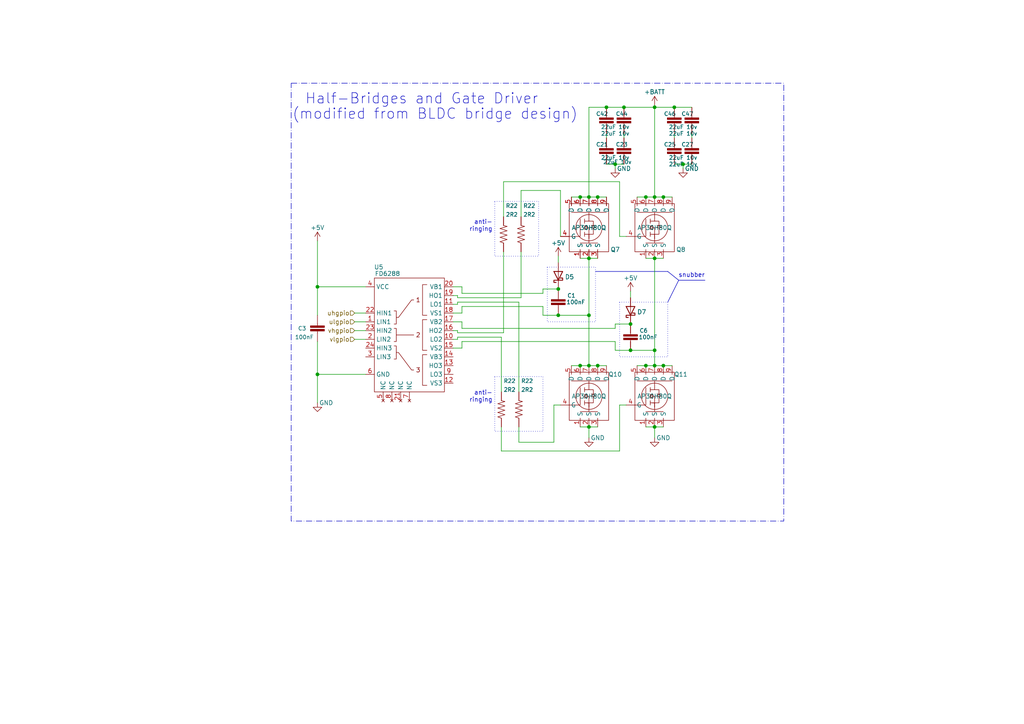
<source format=kicad_sch>
(kicad_sch (version 20230121) (generator eeschema)
  (paper "A4")
  (lib_symbols
    (symbol "Device:D_Schottky" (pin_numbers hide) (pin_names (offset 1.016) hide)
      (property "Reference" "D" (at 0 2.54 0))
      (property "Value" "D_Schottky" (at 0 -2.54 0))
      (symbol "D_Schottky_0_1"
        (polyline (pts (xy 1.27 0) (xy -1.27 0)))
        (polyline (pts (xy 1.27 1.27) (xy 1.27 -1.27) (xy -1.27 0) (xy 1.27 1.27)) (stroke (width 0.254)))
        (polyline (pts (xy -1.905 0.635) (xy -1.905 1.27) (xy -1.27 1.27) (xy -1.27 -1.27) (xy -0.635 -1.27) (xy -0.635 -0.635)) (stroke (width 0.254)))
      )
      (symbol "D_Schottky_1_1"
        (pin passive line (at -3.81 0 0) (length 2.54) (name "K") (number "1"))
        (pin passive line (at 3.81 0 180) (length 2.54) (name "A") (number "2"))
      )
    )
    (symbol "motorgo_components:AP30H80Q"
      (property "Reference" "Q" (at -8.255 8.255 0))
      (symbol "AP30H80Q_0_1"
        (polyline (pts (xy -5.08 4.445) (xy 5.08 4.445)))
        (polyline (pts (xy -2.54 -4.445) (xy 2.54 -4.445)))
        (polyline (pts (xy -1.27 -1.27) (xy -1.27 -2.54)))
        (polyline (pts (xy -1.27 0.635) (xy -1.27 -0.635)))
        (polyline (pts (xy -1.27 2.54) (xy -1.27 1.27)))
        (polyline (pts (xy 0 -1.905) (xy 0 -4.445)))
        (polyline (pts (xy 0 1.905) (xy 0 4.445)))
        (polyline (pts (xy 0.635 0.635) (xy 1.905 0.635)))
        (polyline (pts (xy -0.635 0) (xy 0 0) (xy 0 -3.175)))
        (polyline (pts (xy 1.27 0.635) (xy 1.27 1.905) (xy 0 1.905)))
        (polyline (pts (xy -0.635 0.635) (xy -1.27 0) (xy -0.635 -0.635) (xy -0.635 0.635)))
        (polyline (pts (xy -5.715 -2.54) (xy -5.715 -2.54) (xy -5.715 -2.54) (xy -2.54 -2.54) (xy -2.54 2.54)))
        (polyline (pts (xy -0.635 -1.905) (xy 1.27 -1.905) (xy 1.27 0) (xy 0.635 0) (xy 1.27 0.635) (xy 1.905 0) (xy 1.27 0)))
        (circle (center 0 0) (radius 3.81))
      )
      (symbol "AP30H80Q_1_1"
        (rectangle (start -5.715 6.985) (end 5.715 -6.985))
        (polyline (pts (xy -1.27 -1.905) (xy 0 -1.905)))
        (polyline (pts (xy -1.27 1.905) (xy 0 1.905)))
        (pin input line (at -2.54 -8.89 90) (length 2.54) (name "S") (number "1"))
        (pin input line (at 0 -8.89 90) (length 2.54) (name "S") (number "2"))
        (pin input line (at 2.54 -8.89 90) (length 2.54) (name "S") (number "3"))
        (pin input line (at -8.255 -2.54 0) (length 2.54) (name "G") (number "4"))
        (pin input line (at -5.08 8.89 270) (length 2.54) (name "D") (number "5"))
        (pin input line (at -2.54 8.89 270) (length 2.54) (name "D") (number "6"))
        (pin input line (at 0 8.89 270) (length 2.54) (name "D") (number "7"))
        (pin input line (at 2.54 8.89 270) (length 2.54) (name "D") (number "8"))
        (pin input line (at 5.08 8.89 270) (length 2.54) (name "D") (number "9"))
      )
    )
    (symbol "motorgo_components:FD6288Q"
      (property "Reference" "U" (at -8.89 17.78 0))
      (symbol "FD6288Q_0_1"
        (rectangle (start -10.16 16.51) (end 10.16 -16.51))
        (polyline (pts (xy 5.08 -14.605) (xy 3.81 -14.605) (xy 3.81 -5.715) (xy 5.08 -5.715)))
        (polyline (pts (xy 5.08 -4.445) (xy 3.81 -4.445) (xy 3.81 4.445) (xy 5.08 4.445)))
        (polyline (pts (xy 5.08 5.715) (xy 3.81 5.715) (xy 3.81 14.605) (xy 5.08 14.605)))
      )
      (symbol "FD6288Q_1_1"
        (polyline (pts (xy -3.81 0) (xy 1.27 0)))
        (polyline (pts (xy -4.445 -6.985) (xy -3.81 -6.985) (xy -3.81 -3.175) (xy -4.445 -3.175)))
        (polyline (pts (xy -4.445 -1.905) (xy -3.81 -1.905) (xy -3.81 1.905) (xy -4.445 1.905)))
        (polyline (pts (xy -4.445 3.175) (xy -3.81 3.175) (xy -3.81 6.985) (xy -4.445 6.985)))
        (polyline (pts (xy -3.81 -5.08) (xy -3.175 -5.08) (xy 0.635 -10.16) (xy 1.27 -10.16)))
        (polyline (pts (xy -3.81 5.08) (xy -3.175 5.08) (xy 0.635 10.16) (xy 1.27 10.16)))
        (text "1" (at 2.54 10.16 0) (effects (font (size 1.27 1.27))))
        (text "2" (at 2.54 0 0) (effects (font (size 1.27 1.27))))
        (text "3" (at 2.54 -10.16 0) (effects (font (size 1.27 1.27))))
        (pin input line (at -12.7 3.81 0) (length 2.54) (name "LIN1") (number "1"))
        (pin output line (at 12.7 -1.27 180) (length 2.54) (name "LO2") (number "10"))
        (pin output line (at 12.7 8.89 180) (length 2.54) (name "LO1") (number "11"))
        (pin input line (at 12.7 -13.97 180) (length 2.54) (name "VS3") (number "12"))
        (pin output line (at 12.7 -8.89 180) (length 2.54) (name "HO3") (number "13"))
        (pin input line (at 12.7 -6.35 180) (length 2.54) (name "VB3") (number "14"))
        (pin input line (at 12.7 -3.81 180) (length 2.54) (name "VS2") (number "15"))
        (pin output line (at 12.7 1.27 180) (length 2.54) (name "HO2") (number "16"))
        (pin input line (at 12.7 3.81 180) (length 2.54) (name "VB2") (number "17"))
        (pin input line (at 12.7 6.35 180) (length 2.54) (name "VS1") (number "18"))
        (pin output line (at 12.7 11.43 180) (length 2.54) (name "HO1") (number "19"))
        (pin input line (at -12.7 -1.27 0) (length 2.54) (name "LIN2") (number "2"))
        (pin input line (at 12.7 13.97 180) (length 2.54) (name "VB1") (number "20"))
        (pin no_connect line (at -2.54 -19.05 90) (length 2.54) (name "NC") (number "21"))
        (pin input line (at -12.7 6.35 0) (length 2.54) (name "HIN1") (number "22"))
        (pin input line (at -12.7 1.27 0) (length 2.54) (name "HIN2") (number "23"))
        (pin input line (at -12.7 -3.81 0) (length 2.54) (name "HIN3") (number "24"))
        (pin input line (at -12.7 -6.35 0) (length 2.54) (name "LIN3") (number "3"))
        (pin power_in line (at -12.7 13.97 0) (length 2.54) (name "VCC") (number "4"))
        (pin no_connect line (at -7.62 -19.05 90) (length 2.54) (name "NC") (number "5"))
        (pin power_in line (at -12.7 -11.43 0) (length 2.54) (name "GND") (number "6"))
        (pin no_connect line (at 0 -19.05 90) (length 2.54) (name "NC") (number "7"))
        (pin no_connect line (at -5.08 -19.05 90) (length 2.54) (name "NC") (number "8"))
        (pin output line (at 12.7 -11.43 180) (length 2.54) (name "LO3") (number "9"))
      )
    )
    (symbol "power:+5V" (power) (pin_names (offset 0))
      (property "Value" "+5V" (at 0 3.556 0))
      (symbol "+5V_0_1"
        (polyline (pts (xy -0.762 1.27) (xy 0 2.54)))
        (polyline (pts (xy 0 0) (xy 0 2.54)))
        (polyline (pts (xy 0 2.54) (xy 0.762 1.27)))
      )
      (symbol "+5V_1_1"
        (pin power_in line (at 0 0 90) (length 0) hide (name "+5V") (number "1"))
      )
    )
    (symbol "power:+BATT" (power) (pin_names (offset 0))
      (property "Value" "+BATT" (at 0 3.556 0))
      (symbol "+BATT_0_1"
        (polyline (pts (xy -0.762 1.27) (xy 0 2.54)))
        (polyline (pts (xy 0 0) (xy 0 2.54)))
        (polyline (pts (xy 0 2.54) (xy 0.762 1.27)))
      )
      (symbol "+BATT_1_1"
        (pin power_in line (at 0 0 90) (length 0) hide (name "+BATT") (number "1"))
      )
    )
    (symbol "power:GND" (power) (pin_names (offset 0))
      (property "Value" "GND" (at 0 -3.81 0))
      (symbol "GND_0_1"
        (polyline (pts (xy 0 0) (xy 0 -1.27) (xy 1.27 -1.27) (xy 0 -2.54) (xy -1.27 -1.27) (xy 0 -1.27)))
      )
      (symbol "GND_1_1"
        (pin power_in line (at 0 0 270) (length 0) hide (name "GND") (number "1"))
      )
    )
    (symbol "sparkfun_capacitors:0.1UF-0402-16V-10%" (pin_numbers hide) (pin_names (offset 1.016) hide)
      (property "Reference" "C" (at 1.524 2.921 0))
      (property "Value" "0.1UF-0402-16V-10%" (at 1.524 -2.159 0))
      (property "Field4" "CAP-12416" (at 0 7.62 0))
      (symbol "0.1UF-0402-16V-10%_1_0"
        (polyline (pts (xy 0 0) (xy 0 0.508)))
        (polyline (pts (xy 0 2.54) (xy 0 2.032)))
      )
      (symbol "0.1UF-0402-16V-10%_1_1"
        (rectangle (start -2.032 0.508) (end 2.032 1.016) (fill (type outline)))
        (rectangle (start -2.032 1.524) (end 2.032 2.032) (fill (type outline)))
        (pin passive line (at 0 5.08 270) (length 2.54) (name "1") (number "1"))
        (pin passive line (at 0 -2.54 90) (length 2.54) (name "2") (number "2"))
      )
    )
    (symbol "sparkfun_resistors:RESISTOR0603" (pin_numbers hide) (pin_names (offset 1.016) hide)
      (property "Reference" "R" (at -5.08 1.27 0))
      (property "Value" "RESISTOR0603" (at -5.08 -3.81 0))
      (property "Field4" " " (at 0 5.08 0))
      (symbol "RESISTOR0603_1_0"
        (polyline (pts (xy -2.54 0) (xy -2.159 1.016)))
        (polyline (pts (xy -2.159 1.016) (xy -1.524 -1.016)))
        (polyline (pts (xy -1.524 -1.016) (xy -0.889 1.016)))
        (polyline (pts (xy -0.889 1.016) (xy -0.254 -1.016)))
        (polyline (pts (xy -0.254 -1.016) (xy 0.381 1.016)))
        (polyline (pts (xy 0.381 1.016) (xy 1.016 -1.016)))
        (polyline (pts (xy 1.016 -1.016) (xy 1.651 1.016)))
        (polyline (pts (xy 1.651 1.016) (xy 2.286 -1.016)))
        (polyline (pts (xy 2.286 -1.016) (xy 2.54 0)))
      )
      (symbol "RESISTOR0603_1_1"
        (pin passive line (at -5.08 0 0) (length 2.54) (name "1") (number "1"))
        (pin passive line (at 5.08 0 180) (length 2.54) (name "2") (number "2"))
      )
    )
  )
  (junction (at 182.88 93.98))
  (junction (at 180.975 31.115))
  (junction (at 189.865 74.93))
  (junction (at 168.275 106.045))
  (junction (at 170.815 57.15))
  (junction (at 161.925 83.82))
  (junction (at 189.865 57.15))
  (junction (at 168.275 57.15))
  (junction (at 92.075 83.185))
  (junction (at 198.12 47.625))
  (junction (at 182.88 101.6))
  (junction (at 192.405 106.045))
  (junction (at 170.815 91.44))
  (junction (at 92.075 108.585))
  (junction (at 189.865 101.6))
  (junction (at 189.865 31.115))
  (junction (at 187.325 57.15))
  (junction (at 161.925 91.44))
  (junction (at 173.355 106.045))
  (junction (at 189.865 123.825))
  (junction (at 195.58 31.115))
  (junction (at 175.895 31.115))
  (junction (at 192.405 57.15))
  (junction (at 187.325 106.045))
  (junction (at 173.355 57.15))
  (junction (at 178.435 47.625))
  (junction (at 170.815 74.93))
  (junction (at 189.865 106.045))
  (junction (at 170.815 123.825))
  (junction (at 170.815 106.045))
  (wire (pts (xy 160.655 117.475) (xy 162.56 117.475)))
  (wire (pts (xy 168.275 123.825) (xy 170.815 123.825)))
  (wire (pts (xy 151.13 55.245) (xy 151.13 62.865)))
  (wire (pts (xy 157.48 91.44) (xy 161.925 91.44)))
  (wire (pts (xy 132.715 97.79) (xy 145.415 97.79)))
  (wire (pts (xy 150.495 87.63) (xy 132.715 87.63)))
  (wire (pts (xy 189.865 31.115) (xy 195.58 31.115)))
  (wire (pts (xy 192.405 57.15) (xy 194.945 57.15)))
  (wire (pts (xy 170.815 74.93) (xy 173.355 74.93)))
  (wire (pts (xy 145.415 97.79) (xy 145.415 113.665)))
  (wire (pts (xy 195.58 47.625) (xy 198.12 47.625)))
  (wire (pts (xy 189.865 30.48) (xy 189.865 31.115)))
  (wire (pts (xy 132.715 96.52) (xy 146.05 96.52)))
  (wire (pts (xy 170.815 123.825) (xy 170.815 127)))
  (wire (pts (xy 195.58 38.735) (xy 195.58 40.005)))
  (wire (pts (xy 132.715 95.885) (xy 132.715 96.52)))
  (wire (pts (xy 178.435 47.625) (xy 180.975 47.625)))
  (wire (pts (xy 175.895 38.735) (xy 175.895 40.005)))
  (wire (pts (xy 165.735 57.15) (xy 168.275 57.15)))
  (wire (pts (xy 151.13 55.245) (xy 162.56 55.245)))
  (wire (pts (xy 160.655 117.475) (xy 160.655 128.27)))
  (wire (pts (xy 179.705 117.475) (xy 181.61 117.475)))
  (wire (pts (xy 187.325 74.93) (xy 189.865 74.93)))
  (wire (pts (xy 131.445 100.965) (xy 133.985 100.965)))
  (wire (pts (xy 102.87 90.805) (xy 106.045 90.805)))
  (wire (pts (xy 151.13 73.025) (xy 151.13 86.36)))
  (wire (pts (xy 180.975 31.115) (xy 189.865 31.115)))
  (wire (pts (xy 131.445 95.885) (xy 132.715 95.885)))
  (wire (pts (xy 133.985 100.965) (xy 133.985 99.06)))
  (wire (pts (xy 160.655 128.27) (xy 150.495 128.27)))
  (wire (pts (xy 157.48 83.82) (xy 161.925 83.82)))
  (wire (pts (xy 145.415 123.825) (xy 145.415 130.81)))
  (wire (pts (xy 133.985 85.09) (xy 157.48 85.09)))
  (polyline (pts (xy 204.47 81.28) (xy 196.85 81.28)))
  (wire (pts (xy 175.895 47.625) (xy 178.435 47.625)))
  (wire (pts (xy 132.715 88.265) (xy 131.445 88.265)))
  (wire (pts (xy 165.735 106.045) (xy 168.275 106.045)))
  (wire (pts (xy 189.865 74.93) (xy 192.405 74.93)))
  (wire (pts (xy 195.58 31.115) (xy 200.66 31.115)))
  (wire (pts (xy 133.985 88.9) (xy 133.985 90.805)))
  (polyline (pts (xy 194.31 86.36) (xy 193.675 87.63)))
  (wire (pts (xy 102.87 95.885) (xy 106.045 95.885)))
  (wire (pts (xy 133.985 85.09) (xy 133.985 83.185)))
  (wire (pts (xy 182.88 84.455) (xy 182.88 86.36)))
  (wire (pts (xy 200.66 38.735) (xy 200.66 40.005)))
  (wire (pts (xy 151.13 86.36) (xy 132.715 86.36)))
  (wire (pts (xy 198.12 47.625) (xy 198.12 48.895)))
  (wire (pts (xy 170.815 91.44) (xy 170.815 106.045)))
  (wire (pts (xy 189.865 101.6) (xy 189.865 106.045)))
  (wire (pts (xy 173.355 106.045) (xy 175.895 106.045)))
  (wire (pts (xy 180.975 31.115) (xy 175.895 31.115)))
  (wire (pts (xy 92.075 83.185) (xy 92.075 69.85)))
  (wire (pts (xy 168.275 74.93) (xy 170.815 74.93)))
  (wire (pts (xy 161.925 91.44) (xy 170.815 91.44)))
  (wire (pts (xy 178.435 101.6) (xy 182.88 101.6)))
  (polyline (pts (xy 172.72 78.74) (xy 193.675 78.74)))
  (polyline (pts (xy 193.675 78.74) (xy 196.85 81.28)))
  (wire (pts (xy 132.715 87.63) (xy 132.715 88.265)))
  (wire (pts (xy 157.48 85.09) (xy 157.48 83.82)))
  (wire (pts (xy 150.495 128.27) (xy 150.495 123.825)))
  (wire (pts (xy 182.88 101.6) (xy 189.865 101.6)))
  (wire (pts (xy 189.865 57.15) (xy 192.405 57.15)))
  (polyline (pts (xy 194.31 86.36) (xy 196.85 81.28)))
  (wire (pts (xy 132.715 98.425) (xy 131.445 98.425)))
  (wire (pts (xy 189.865 106.045) (xy 192.405 106.045)))
  (wire (pts (xy 133.985 93.345) (xy 133.985 95.25)))
  (wire (pts (xy 133.985 88.9) (xy 157.48 88.9)))
  (wire (pts (xy 132.715 86.36) (xy 132.715 85.725)))
  (wire (pts (xy 189.865 123.825) (xy 189.865 127)))
  (wire (pts (xy 179.705 52.705) (xy 146.05 52.705)))
  (wire (pts (xy 184.785 57.15) (xy 187.325 57.15)))
  (wire (pts (xy 168.275 106.045) (xy 170.815 106.045)))
  (wire (pts (xy 146.05 73.025) (xy 146.05 96.52)))
  (wire (pts (xy 132.715 85.725) (xy 131.445 85.725)))
  (wire (pts (xy 189.865 74.93) (xy 189.865 101.6)))
  (wire (pts (xy 133.985 95.25) (xy 178.435 95.25)))
  (wire (pts (xy 180.975 38.735) (xy 180.975 40.005)))
  (wire (pts (xy 92.075 108.585) (xy 92.075 116.84)))
  (wire (pts (xy 170.815 57.15) (xy 173.355 57.15)))
  (wire (pts (xy 184.785 106.045) (xy 187.325 106.045)))
  (wire (pts (xy 150.495 113.665) (xy 150.495 87.63)))
  (wire (pts (xy 106.045 83.185) (xy 92.075 83.185)))
  (wire (pts (xy 170.815 31.115) (xy 170.815 57.15)))
  (wire (pts (xy 162.56 55.245) (xy 162.56 68.58)))
  (wire (pts (xy 133.985 99.06) (xy 178.435 99.06)))
  (wire (pts (xy 131.445 93.345) (xy 133.985 93.345)))
  (wire (pts (xy 179.705 52.705) (xy 179.705 68.58)))
  (wire (pts (xy 132.715 97.79) (xy 132.715 98.425)))
  (wire (pts (xy 178.435 47.625) (xy 178.435 48.895)))
  (wire (pts (xy 161.925 74.295) (xy 161.925 76.2)))
  (wire (pts (xy 173.355 57.15) (xy 175.895 57.15)))
  (wire (pts (xy 102.87 98.425) (xy 106.045 98.425)))
  (wire (pts (xy 170.815 31.115) (xy 175.895 31.115)))
  (wire (pts (xy 189.865 123.825) (xy 192.405 123.825)))
  (wire (pts (xy 168.275 57.15) (xy 170.815 57.15)))
  (wire (pts (xy 187.325 123.825) (xy 189.865 123.825)))
  (wire (pts (xy 187.325 106.045) (xy 189.865 106.045)))
  (wire (pts (xy 179.705 117.475) (xy 179.705 130.81)))
  (wire (pts (xy 170.815 123.825) (xy 173.355 123.825)))
  (wire (pts (xy 179.705 68.58) (xy 181.61 68.58)))
  (wire (pts (xy 178.435 95.25) (xy 178.435 93.98)))
  (wire (pts (xy 133.985 83.185) (xy 131.445 83.185)))
  (wire (pts (xy 187.325 57.15) (xy 189.865 57.15)))
  (wire (pts (xy 92.075 108.585) (xy 106.045 108.585)))
  (wire (pts (xy 157.48 88.9) (xy 157.48 91.44)))
  (wire (pts (xy 146.05 52.705) (xy 146.05 62.865)))
  (wire (pts (xy 178.435 99.06) (xy 178.435 101.6)))
  (wire (pts (xy 198.12 47.625) (xy 200.66 47.625)))
  (wire (pts (xy 178.435 93.98) (xy 182.88 93.98)))
  (wire (pts (xy 189.865 31.115) (xy 189.865 57.15)))
  (wire (pts (xy 145.415 130.81) (xy 179.705 130.81)))
  (wire (pts (xy 192.405 106.045) (xy 194.945 106.045)))
  (wire (pts (xy 133.985 90.805) (xy 131.445 90.805)))
  (wire (pts (xy 170.815 74.93) (xy 170.815 91.44)))
  (wire (pts (xy 92.075 99.06) (xy 92.075 108.585)))
  (wire (pts (xy 102.87 93.345) (xy 106.045 93.345)))
  (wire (pts (xy 170.815 106.045) (xy 173.355 106.045)))
  (wire (pts (xy 92.075 83.185) (xy 92.075 91.44)))
  (rectangle (start 143.51 58.42) (end 156.21 74.295) (stroke (width 0) (type dot)))
  (rectangle (start 84.455 24.13) (end 227.33 151.13) (stroke (width 0) (type dash_dot)))
  (rectangle (start 143.51 109.22) (end 157.48 125.095) (stroke (width 0) (type dot)))
  (rectangle (start 158.75 77.47) (end 172.72 93.345) (stroke (width 0) (type dot)))
  (rectangle (start 179.705 87.63) (end 193.675 103.505) (stroke (width 0) (type dot)))
  (text "snubber\n" (at 204.47 80.645 0) (effects (font (size 1.27 1.27)) (justify right bottom)))
  (text "anti-\nringing" (at 142.875 67.31 0) (effects (font (size 1.27 1.27)) (justify right bottom)))
  (text "(modified from BLDC bridge design)" (at 167.64 34.925 0) (effects (font (size 3 3)) (justify right bottom)))
  (text "anti-\nringing" (at 142.875 116.84 0) (effects (font (size 1.27 1.27)) (justify right bottom)))
  (text "Half-Bridges and Gate Driver\n" (at 156.21 30.48 0) (effects (font (size 3 3)) (justify right bottom)))
  (hierarchical_label "ulgpio" (shape input) (at 102.87 93.345 180))
  (hierarchical_label "vhgpio" (shape input) (at 102.87 95.885 180))
  (hierarchical_label "vlgpio" (shape input) (at 102.87 98.425 180))
  (hierarchical_label "uhgpio" (shape input) (at 102.87 90.805 180))
  (symbol (lib_id "sparkfun_capacitors:0.1UF-0402-16V-10%") (at 180.975 33.655 180) (unit 1)
    (property "Reference" "C44" (at 180.34 33.02 0) (effects (font (size 1.143 1.143))))
    (property "Value" "22uF 10v" (at 178.435 38.735 0) (effects (font (size 1.143 1.143))))
    (property "Footprint" "Capacitor_SMD:C_0402_1005Metric" (effects hide))
    (property "Datasheet" "https://datasheet.lcsc.com/lcsc/2308111745_Murata-Electronics-GRM158R61A226ME15D_C3845593.pdf" (effects hide))
    (property "Field4" "CAP-12416" (effects hide))
    (property "LCSC_Part_Number" "C3845593" (effects hide))
    (instances (project "motorgo_plink" (path "" (reference "C44") (unit 1)) (path "" (reference "C49") (unit 1))))
  )
  (symbol (lib_id "motorgo_components:AP30H80Q") (at 170.815 114.935 0) (unit 1)
    (property "Reference" "Q10" (at 178.435 108.585 0))
    (property "Value" "AP30H80Q" (at 170.815 114.935 0))
    (property "Footprint" "kicad_lceda:AP30H80Q_DFN-8" (effects hide))
    (property "Datasheet" "https://datasheet.lcsc.com/lcsc/2105241819_ALLPOWER-ShenZhen-Quan-Li-Semiconductor-AP30H80Q_C2828592.pdf" (effects hide))
    (property "LCSC_Part_Number" "C2828592" (effects hide))
    (instances (project "motorgo_plink" (path "" (reference "Q10") (unit 1)) (path "" (reference "Q4") (unit 1))))
  )
  (symbol (lib_id "sparkfun_capacitors:0.1UF-0402-16V-10%") (at 175.895 42.545 180) (unit 1)
    (property "Reference" "C21" (at 174.625 41.91 0) (effects (font (size 1.143 1.143))))
    (property "Value" "22uF 10v" (at 178.435 45.72 0) (effects (font (size 1.143 1.143))))
    (property "Footprint" "Capacitor_SMD:C_0402_1005Metric" (effects hide))
    (property "Datasheet" "https://datasheet.lcsc.com/lcsc/2308111745_Murata-Electronics-GRM158R61A226ME15D_C3845593.pdf" (effects hide))
    (property "Field4" "CAP-12416" (effects hide))
    (property "LCSC_Part_Number" "C3845593" (effects hide))
    (instances (project "motorgo_plink" (path "" (reference "C21") (unit 1)) (path "" (reference "C22") (unit 1))))
  )
  (symbol (lib_id "power:GND") (at 170.815 127 0) (unit 1)
    (property "Reference" "#PWR056" (effects hide))
    (property "Value" "GND" (at 173.355 127 0))
    (instances (project "motorgo_plink" (path "" (reference "#PWR056") (unit 1)) (path "" (reference "#PWR057") (unit 1))))
  )
  (symbol (lib_id "sparkfun_capacitors:0.1UF-0402-16V-10%") (at 92.075 96.52 0) (unit 1)
    (property "Reference" "C3" (at 87.63 95.25 0) (effects (font (size 1.143 1.143))))
    (property "Value" "100nF" (at 88.265 97.79 0) (effects (font (size 1.143 1.143))))
    (property "Footprint" "Capacitor_SMD:C_0402_1005Metric" (effects hide))
    (property "Datasheet" "https://datasheet.lcsc.com/lcsc/2203221430_YAGEO-CC0402KRX7R7BB104_C60474.pdf" (effects hide))
    (property "Field4" "CAP-12416" (effects hide))
    (property "LCSC_Part_Number" "C60474" (effects hide))
    (property "Manufacturer_Part_Number" "CC0402KRX7R7BB104" (effects hide))
    (instances (project "motorgo_plink" (path "" (reference "C3") (unit 1)) (path "" (reference "C5") (unit 1))))
  )
  (symbol (lib_id "power:GND") (at 178.435 48.895 0) (unit 1)
    (property "Reference" "#PWR064" (effects hide))
    (property "Value" "GND" (at 180.975 48.895 0))
    (instances (project "motorgo_plink" (path "" (reference "#PWR064") (unit 1)) (path "" (reference "#PWR065") (unit 1))))
  )
  (symbol (lib_id "motorgo_components:AP30H80Q") (at 170.815 66.04 0) (unit 1)
    (property "Reference" "Q7" (at 178.435 72.39 0))
    (property "Value" "AP30H80Q" (at 170.815 66.04 0))
    (property "Footprint" "kicad_lceda:AP30H80Q_DFN-8" (effects hide))
    (property "Datasheet" "https://datasheet.lcsc.com/lcsc/2105241819_ALLPOWER-ShenZhen-Quan-Li-Semiconductor-AP30H80Q_C2828592.pdf" (effects hide))
    (property "LCSC_Part_Number" "C2828592" (effects hide))
    (instances (project "motorgo_plink" (path "" (reference "Q7") (unit 1)) (path "" (reference "Q1") (unit 1))))
  )
  (symbol (lib_id "sparkfun_capacitors:0.1UF-0402-16V-10%") (at 180.975 42.545 180) (unit 1)
    (property "Reference" "C23" (at 180.34 41.91 0) (effects (font (size 1.143 1.143))))
    (property "Value" "22uF 10v" (at 179.07 46.99 0) (effects (font (size 1.143 1.143))))
    (property "Footprint" "Capacitor_SMD:C_0402_1005Metric" (effects hide))
    (property "Datasheet" "https://datasheet.lcsc.com/lcsc/2308111745_Murata-Electronics-GRM158R61A226ME15D_C3845593.pdf" (effects hide))
    (property "Field4" "CAP-12416" (effects hide))
    (property "LCSC_Part_Number" "C3845593" (effects hide))
    (instances (project "motorgo_plink" (path "" (reference "C23") (unit 1)) (path "" (reference "C24") (unit 1))))
  )
  (symbol (lib_id "power:+5V") (at 92.075 69.85 0) (unit 1)
    (property "Reference" "#PWR038" (effects hide))
    (property "Value" "+5V" (at 92.075 66.04 0))
    (instances (project "motorgo_plink" (path "" (reference "#PWR038") (unit 1)) (path "" (reference "#PWR01") (unit 1)) (path "" (reference "#PWR04") (unit 1))))
  )
  (symbol (lib_id "sparkfun_capacitors:0.1UF-0402-16V-10%") (at 195.58 33.655 180) (unit 1)
    (property "Reference" "C46" (at 194.31 33.02 0) (effects (font (size 1.143 1.143))))
    (property "Value" "22uF 10v" (at 198.12 36.83 0) (effects (font (size 1.143 1.143))))
    (property "Footprint" "Capacitor_SMD:C_0402_1005Metric" (effects hide))
    (property "Datasheet" "https://datasheet.lcsc.com/lcsc/2308111745_Murata-Electronics-GRM158R61A226ME15D_C3845593.pdf" (effects hide))
    (property "Field4" "CAP-12416" (effects hide))
    (property "LCSC_Part_Number" "C3845593" (effects hide))
    (instances (project "motorgo_plink" (path "" (reference "C46") (unit 1)) (path "" (reference "C51") (unit 1))))
  )
  (symbol (lib_id "Device:D_Schottky") (at 182.88 90.17 90) (unit 1)
    (property "Reference" "D7" (at 184.785 90.4875 90) (effects (justify right)))
    (property "Value" "D_Schottky" (effects hide))
    (property "Footprint" "LCSC_parts:B5819WS_SOD-323" (effects hide))
    (property "LCSC_Part_Number" "C7420331" (effects hide))
    (instances (project "motorgo_plink" (path "" (reference "D7") (unit 1)) (path "" (reference "D6") (unit 1))))
  )
  (symbol (lib_id "motorgo_components:FD6288Q") (at 118.745 97.155 0) (unit 1)
    (property "Reference" "U5" (at 109.855 77.47 0))
    (property "Value" "FD6288" (at 112.395 79.375 0))
    (property "Footprint" "kicad_lceda:FD6288Q_QFN-24" (effects hide))
    (property "Datasheet" "https://datasheet.lcsc.com/lcsc/1811131655_Fortior-Tech-FD6288Q_C328453.pdf" (effects hide))
    (property "LCSC_Part_Number" "C328453" (effects hide))
    (instances (project "motorgo_plink" (path "" (reference "U5") (unit 1)) (path "" (reference "U2") (unit 1))))
  )
  (symbol (lib_id "power:+5V") (at 182.88 84.455 0) (unit 1)
    (property "Reference" "#PWR038" (effects hide))
    (property "Value" "+5V" (at 182.88 80.645 0))
    (instances (project "motorgo_plink" (path "" (reference "#PWR038") (unit 1)) (path "" (reference "#PWR010") (unit 1)) (path "" (reference "#PWR011") (unit 1))))
  )
  (symbol (lib_id "sparkfun_capacitors:0.1UF-0402-16V-10%") (at 175.895 33.655 180) (unit 1)
    (property "Reference" "C42" (at 174.625 33.02 0) (effects (font (size 1.143 1.143))))
    (property "Value" "22uF 10v" (at 178.435 36.83 0) (effects (font (size 1.143 1.143))))
    (property "Footprint" "Capacitor_SMD:C_0402_1005Metric" (effects hide))
    (property "Datasheet" "https://datasheet.lcsc.com/lcsc/2308111745_Murata-Electronics-GRM158R61A226ME15D_C3845593.pdf" (effects hide))
    (property "Field4" "CAP-12416" (effects hide))
    (property "LCSC_Part_Number" "C3845593" (effects hide))
    (instances (project "motorgo_plink" (path "" (reference "C42") (unit 1)) (path "" (reference "C43") (unit 1))))
  )
  (symbol (lib_id "sparkfun_resistors:RESISTOR0603") (at 151.13 67.945 90) (unit 1)
    (property "Reference" "R22" (at 151.765 59.69 90) (effects (font (size 1.143 1.143)) (justify right)))
    (property "Value" "2R2" (at 151.765 62.23 90) (effects (font (size 1.143 1.143)) (justify right)))
    (property "Footprint" "Resistor_SMD:R_0402_1005Metric" (effects hide))
    (property "Field4" " " (at 153.67 71.12 90) (effects (font (size 1.524 1.524)) (justify right)))
    (property "LCSC_Part_Number" "C25158" (effects hide))
    (instances (project "motorgo_plink" (path "" (reference "R22") (unit 1)) (path "" (reference "R7") (unit 1)) (path "" (reference "R8") (unit 1))))
  )
  (symbol (lib_id "sparkfun_resistors:RESISTOR0603") (at 150.495 118.745 90) (unit 1)
    (property "Reference" "R22" (at 151.13 110.49 90) (effects (font (size 1.143 1.143)) (justify right)))
    (property "Value" "2R2" (at 151.13 113.03 90) (effects (font (size 1.143 1.143)) (justify right)))
    (property "Footprint" "Resistor_SMD:R_0402_1005Metric" (effects hide))
    (property "Field4" " " (at 153.035 121.92 90) (effects (font (size 1.524 1.524)) (justify right)))
    (property "LCSC_Part_Number" "C25158" (effects hide))
    (instances (project "motorgo_plink" (path "" (reference "R22") (unit 1)) (path "" (reference "R11") (unit 1)) (path "" (reference "R14") (unit 1))))
  )
  (symbol (lib_id "sparkfun_capacitors:0.1UF-0402-16V-10%") (at 200.66 33.655 180) (unit 1)
    (property "Reference" "C47" (at 199.39 33.02 0) (effects (font (size 1.143 1.143))))
    (property "Value" "22uF 10v" (at 198.12 38.735 0) (effects (font (size 1.143 1.143))))
    (property "Footprint" "Capacitor_SMD:C_0402_1005Metric" (effects hide))
    (property "Datasheet" "https://datasheet.lcsc.com/lcsc/2308111745_Murata-Electronics-GRM158R61A226ME15D_C3845593.pdf" (effects hide))
    (property "Field4" "CAP-12416" (effects hide))
    (property "LCSC_Part_Number" "C3845593" (effects hide))
    (instances (project "motorgo_plink" (path "" (reference "C47") (unit 1)) (path "" (reference "C52") (unit 1))))
  )
  (symbol (lib_id "sparkfun_capacitors:0.1UF-0402-16V-10%") (at 195.58 42.545 180) (unit 1)
    (property "Reference" "C25" (at 194.31 41.91 0) (effects (font (size 1.143 1.143))))
    (property "Value" "22uF 10v" (at 198.12 45.72 0) (effects (font (size 1.143 1.143))))
    (property "Footprint" "Capacitor_SMD:C_0402_1005Metric" (effects hide))
    (property "Datasheet" "https://datasheet.lcsc.com/lcsc/2308111745_Murata-Electronics-GRM158R61A226ME15D_C3845593.pdf" (effects hide))
    (property "Field4" "CAP-12416" (effects hide))
    (property "LCSC_Part_Number" "C3845593" (effects hide))
    (instances (project "motorgo_plink" (path "" (reference "C25") (unit 1)) (path "" (reference "C26") (unit 1))))
  )
  (symbol (lib_id "power:GND") (at 198.12 48.895 0) (unit 1)
    (property "Reference" "#PWR066" (effects hide))
    (property "Value" "GND" (at 200.66 48.895 0))
    (instances (project "motorgo_plink" (path "" (reference "#PWR066") (unit 1)) (path "" (reference "#PWR067") (unit 1))))
  )
  (symbol (lib_id "sparkfun_capacitors:0.1UF-0402-16V-10%") (at 161.925 86.36 180) (unit 1)
    (property "Reference" "C1" (at 165.735 85.725 0) (effects (font (size 1.143 1.143))))
    (property "Value" "100nF" (at 167.005 87.63 0) (effects (font (size 1.143 1.143))))
    (property "Footprint" "Capacitor_SMD:C_0402_1005Metric" (effects hide))
    (property "Datasheet" "https://datasheet.lcsc.com/lcsc/2203221430_YAGEO-CC0402KRX7R7BB104_C60474.pdf" (effects hide))
    (property "Field4" "CAP-12416" (effects hide))
    (property "LCSC_Part_Number" "C60474" (effects hide))
    (property "Manufacturer_Part_Number" "CC0402KRX7R7BB104" (effects hide))
    (instances (project "motorgo_plink" (path "" (reference "C1") (unit 1)) (path "" (reference "C2") (unit 1))))
  )
  (symbol (lib_id "sparkfun_resistors:RESISTOR0603") (at 145.415 118.745 90) (unit 1)
    (property "Reference" "R22" (at 146.05 110.49 90) (effects (font (size 1.143 1.143)) (justify right)))
    (property "Value" "2R2" (at 146.05 113.03 90) (effects (font (size 1.143 1.143)) (justify right)))
    (property "Footprint" "Resistor_SMD:R_0402_1005Metric" (effects hide))
    (property "Field4" " " (at 147.955 121.92 90) (effects (font (size 1.524 1.524)) (justify right)))
    (property "LCSC_Part_Number" "C25158" (effects hide))
    (instances (project "motorgo_plink" (path "" (reference "R22") (unit 1)) (path "" (reference "R10") (unit 1)) (path "" (reference "R13") (unit 1))))
  )
  (symbol (lib_id "motorgo_components:AP30H80Q") (at 189.865 66.04 0) (unit 1)
    (property "Reference" "Q8" (at 197.485 72.39 0))
    (property "Value" "AP30H80Q" (at 189.865 66.04 0))
    (property "Footprint" "kicad_lceda:AP30H80Q_DFN-8" (effects hide))
    (property "Datasheet" "https://datasheet.lcsc.com/lcsc/2105241819_ALLPOWER-ShenZhen-Quan-Li-Semiconductor-AP30H80Q_C2828592.pdf" (effects hide))
    (property "LCSC_Part_Number" "C2828592" (effects hide))
    (instances (project "motorgo_plink" (path "" (reference "Q8") (unit 1)) (path "" (reference "Q2") (unit 1))))
  )
  (symbol (lib_id "Device:D_Schottky") (at 161.925 80.01 90) (unit 1)
    (property "Reference" "D5" (at 163.83 80.3275 90) (effects (justify right)))
    (property "Value" "D_Schottky" (effects hide))
    (property "Footprint" "LCSC_parts:B5819WS_SOD-323" (effects hide))
    (property "LCSC_Part_Number" "C7420331" (effects hide))
    (instances (project "motorgo_plink" (path "" (reference "D5") (unit 1)) (path "" (reference "D4") (unit 1))))
  )
  (symbol (lib_id "power:GND") (at 189.865 127 0) (unit 1)
    (property "Reference" "#PWR058" (effects hide))
    (property "Value" "GND" (at 192.405 127 0))
    (instances (project "motorgo_plink" (path "" (reference "#PWR058") (unit 1)) (path "" (reference "#PWR059") (unit 1))))
  )
  (symbol (lib_id "power:+BATT") (at 189.865 30.48 0) (unit 1)
    (property "Reference" "#PWR025" (effects hide))
    (property "Value" "+BATT" (at 189.865 26.67 0))
    (instances (project "motorgo_plink" (path "" (reference "#PWR025") (unit 1)) (path "" (reference "#PWR031") (unit 1)) (path "" (reference "#PWR062") (unit 1)) (path "" (reference "#PWR063") (unit 1))))
  )
  (symbol (lib_id "power:+5V") (at 161.925 74.295 0) (unit 1)
    (property "Reference" "#PWR038" (effects hide))
    (property "Value" "+5V" (at 161.925 70.485 0))
    (instances (project "motorgo_plink" (path "" (reference "#PWR038") (unit 1)) (path "" (reference "#PWR05") (unit 1)) (path "" (reference "#PWR09") (unit 1))))
  )
  (symbol (lib_id "sparkfun_capacitors:0.1UF-0402-16V-10%") (at 182.88 96.52 180) (unit 1)
    (property "Reference" "C6" (at 186.69 95.885 0) (effects (font (size 1.143 1.143))))
    (property "Value" "100nF" (at 187.96 97.79 0) (effects (font (size 1.143 1.143))))
    (property "Footprint" "Capacitor_SMD:C_0402_1005Metric" (effects hide))
    (property "Datasheet" "https://datasheet.lcsc.com/lcsc/2203221430_YAGEO-CC0402KRX7R7BB104_C60474.pdf" (effects hide))
    (property "Field4" "CAP-12416" (effects hide))
    (property "LCSC_Part_Number" "C60474" (effects hide))
    (property "Manufacturer_Part_Number" "CC0402KRX7R7BB104" (effects hide))
    (instances (project "motorgo_plink" (path "" (reference "C6") (unit 1)) (path "" (reference "C7") (unit 1))))
  )
  (symbol (lib_id "motorgo_components:AP30H80Q") (at 189.865 114.935 0) (unit 1)
    (property "Reference" "Q11" (at 197.485 108.585 0))
    (property "Value" "AP30H80Q" (at 189.865 114.935 0))
    (property "Footprint" "kicad_lceda:AP30H80Q_DFN-8" (effects hide))
    (property "Datasheet" "https://datasheet.lcsc.com/lcsc/2105241819_ALLPOWER-ShenZhen-Quan-Li-Semiconductor-AP30H80Q_C2828592.pdf" (effects hide))
    (property "LCSC_Part_Number" "C2828592" (effects hide))
    (instances (project "motorgo_plink" (path "" (reference "Q11") (unit 1)) (path "" (reference "Q5") (unit 1))))
  )
  (symbol (lib_id "sparkfun_resistors:RESISTOR0603") (at 146.05 67.945 90) (unit 1)
    (property "Reference" "R22" (at 146.685 59.69 90) (effects (font (size 1.143 1.143)) (justify right)))
    (property "Value" "2R2" (at 146.685 62.23 90) (effects (font (size 1.143 1.143)) (justify right)))
    (property "Footprint" "Resistor_SMD:R_0402_1005Metric" (effects hide))
    (property "Field4" " " (at 148.59 71.12 90) (effects (font (size 1.524 1.524)) (justify right)))
    (property "LCSC_Part_Number" "C25158" (effects hide))
    (instances (project "motorgo_plink" (path "" (reference "R22") (unit 1)) (path "" (reference "R3") (unit 1)) (path "" (reference "R4") (unit 1))))
  )
  (symbol (lib_id "power:GND") (at 92.075 116.84 0) (unit 1)
    (property "Reference" "#PWR02" (effects hide))
    (property "Value" "GND" (at 94.615 116.84 0))
    (instances (project "motorgo_plink" (path "" (reference "#PWR02") (unit 1)) (path "" (reference "#PWR03") (unit 1))))
  )
  (symbol (lib_id "sparkfun_capacitors:0.1UF-0402-16V-10%") (at 200.66 42.545 180) (unit 1)
    (property "Reference" "C27" (at 199.39 41.91 0) (effects (font (size 1.143 1.143))))
    (property "Value" "22uF 10v" (at 198.12 47.625 0) (effects (font (size 1.143 1.143))))
    (property "Footprint" "Capacitor_SMD:C_0402_1005Metric" (effects hide))
    (property "Datasheet" "https://datasheet.lcsc.com/lcsc/2308111745_Murata-Electronics-GRM158R61A226ME15D_C3845593.pdf" (effects hide))
    (property "Field4" "CAP-12416" (effects hide))
    (property "LCSC_Part_Number" "C3845593" (effects hide))
    (instances (project "motorgo_plink" (path "" (reference "C27") (unit 1)) (path "" (reference "C28") (unit 1))))
  )
)
</source>
